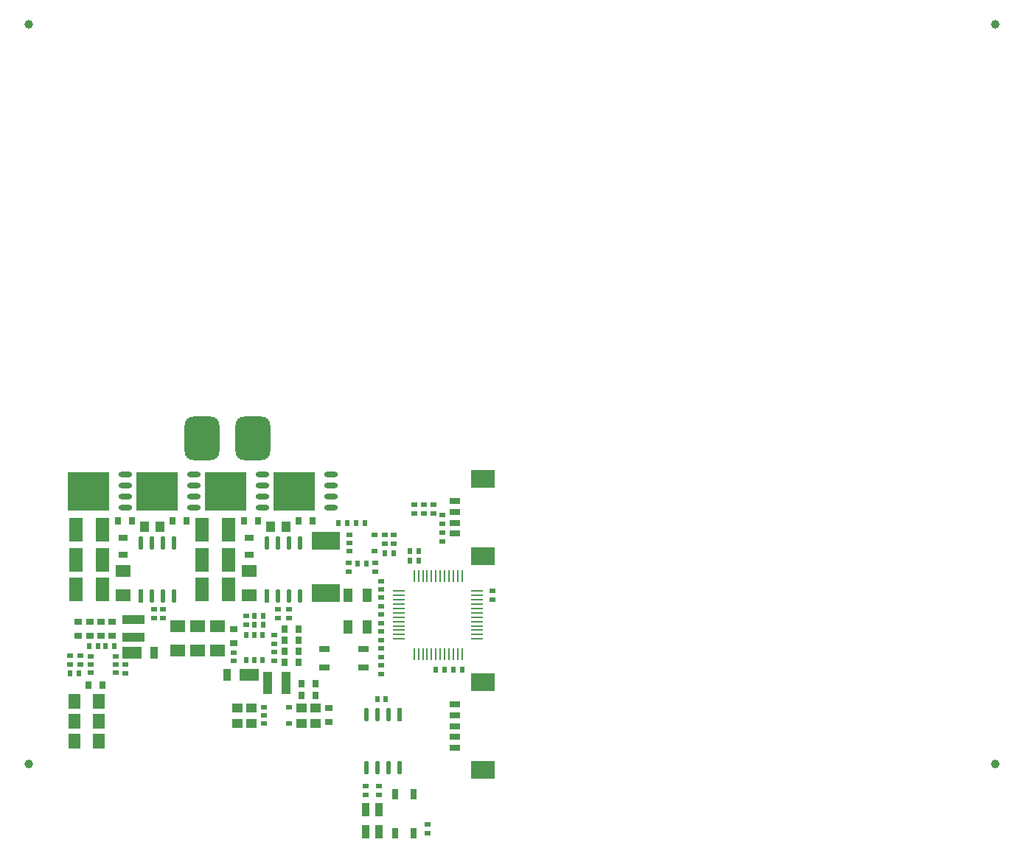
<source format=gtp>
%FSLAX25Y25*%
%MOIN*%
G70*
G01*
G75*
G04 Layer_Color=8421504*
%ADD10C,0.00900*%
%ADD11C,0.00800*%
%ADD12C,0.01500*%
%ADD13C,0.03000*%
%ADD14C,0.05000*%
%ADD15C,0.01200*%
%ADD16C,0.02500*%
%ADD17C,0.02000*%
%ADD18C,0.04000*%
%ADD19R,0.02362X0.02756*%
%ADD20R,0.02756X0.02362*%
%ADD21O,0.05906X0.00984*%
%ADD22O,0.00984X0.05906*%
%ADD23R,0.06693X0.05512*%
%ADD24R,0.04331X0.05118*%
%ADD25O,0.06299X0.02362*%
%ADD26R,0.18898X0.17716*%
%ADD27R,0.06299X0.10630*%
%ADD28R,0.04331X0.03150*%
%ADD29R,0.02800X0.03500*%
%ADD30O,0.01969X0.06299*%
%ADD31R,0.01969X0.06299*%
%ADD32R,0.04331X0.05906*%
G04:AMPARAMS|DCode=33|XSize=157.48mil|YSize=196.85mil|CornerRadius=39.37mil|HoleSize=0mil|Usage=FLASHONLY|Rotation=180.000|XOffset=0mil|YOffset=0mil|HoleType=Round|Shape=RoundedRectangle|*
%AMROUNDEDRECTD33*
21,1,0.15748,0.11811,0,0,180.0*
21,1,0.07874,0.19685,0,0,180.0*
1,1,0.07874,-0.03937,0.05906*
1,1,0.07874,0.03937,0.05906*
1,1,0.07874,0.03937,-0.05906*
1,1,0.07874,-0.03937,-0.05906*
%
%ADD33ROUNDEDRECTD33*%
%ADD34R,0.04724X0.03150*%
%ADD35R,0.03150X0.02362*%
%ADD36R,0.02362X0.03150*%
%ADD37R,0.03937X0.10236*%
%ADD38R,0.03500X0.02800*%
%ADD39R,0.03543X0.05512*%
%ADD40R,0.08661X0.05512*%
%ADD41R,0.05118X0.03150*%
%ADD42R,0.11024X0.08268*%
%ADD43R,0.03543X0.05906*%
%ADD44R,0.10236X0.03937*%
%ADD45R,0.05512X0.06693*%
%ADD46R,0.05118X0.04331*%
%ADD47R,0.03150X0.04724*%
%ADD48R,0.12598X0.07874*%
%ADD49C,0.03937*%
%ADD50C,0.06500*%
%ADD51R,0.36600X0.13000*%
%ADD52R,0.04900X0.04900*%
%ADD53R,0.03000X0.05000*%
%ADD54R,0.12000X0.05500*%
%ADD55R,0.05500X0.10500*%
%ADD56R,0.05000X0.03000*%
%ADD57R,0.06200X0.41500*%
%ADD58R,0.07200X0.03100*%
%ADD59R,0.36000X0.13000*%
%ADD60R,0.06300X0.12400*%
%ADD61R,0.07700X0.12400*%
%ADD62C,0.25590*%
%ADD63C,0.10630*%
%ADD64O,0.07480X0.06299*%
%ADD65C,0.11811*%
%ADD66C,0.07874*%
%ADD67C,0.02362*%
%ADD68R,0.06400X0.04400*%
%ADD69R,0.06400X0.12400*%
%ADD70R,0.07200X0.02400*%
%ADD71R,0.02400X0.07200*%
%ADD72R,0.36700X0.13000*%
%ADD73C,0.07000*%
%ADD74C,0.06400*%
%ADD75C,0.06000*%
%ADD76R,0.68300X0.12400*%
%ADD77C,0.00787*%
%ADD78C,0.01000*%
%ADD79C,0.00984*%
%ADD80C,0.00394*%
%ADD81C,0.00500*%
%ADD82C,0.00591*%
%ADD83C,0.01181*%
%ADD84C,0.00460*%
D19*
X149200Y-66000D02*
D03*
X145263D02*
D03*
X90300Y-98600D02*
D03*
X86363D02*
D03*
X90300Y-94500D02*
D03*
X86363D02*
D03*
X23000Y-108000D02*
D03*
X19063D02*
D03*
X15500D02*
D03*
X11563D02*
D03*
X7000Y-120500D02*
D03*
X3063D02*
D03*
X160437Y-65200D02*
D03*
X156500D02*
D03*
X172137Y-118900D02*
D03*
X168200D02*
D03*
X160437Y-69300D02*
D03*
X156500D02*
D03*
X180137Y-118900D02*
D03*
X176200D02*
D03*
X141763Y-132000D02*
D03*
X145700D02*
D03*
X132863Y-70800D02*
D03*
X136800D02*
D03*
X132363Y-52300D02*
D03*
X136300D02*
D03*
X124263D02*
D03*
X128200D02*
D03*
D20*
X102000Y-95500D02*
D03*
Y-91563D02*
D03*
X97000Y-95500D02*
D03*
Y-91563D02*
D03*
X45000Y-95500D02*
D03*
Y-91563D02*
D03*
X40800Y-95500D02*
D03*
Y-91563D02*
D03*
X95200Y-114700D02*
D03*
Y-110763D02*
D03*
Y-107100D02*
D03*
Y-103163D02*
D03*
X82500Y-98500D02*
D03*
Y-94563D02*
D03*
X136600Y-175400D02*
D03*
Y-171463D02*
D03*
X142500Y-175400D02*
D03*
Y-171463D02*
D03*
X28000Y-116500D02*
D03*
Y-120437D02*
D03*
X3000Y-112500D02*
D03*
Y-116437D02*
D03*
X7500Y-112500D02*
D03*
Y-116437D02*
D03*
X162900Y-48200D02*
D03*
Y-44263D02*
D03*
X167100Y-48200D02*
D03*
Y-44263D02*
D03*
X158700Y-48200D02*
D03*
Y-44263D02*
D03*
X77000Y-114937D02*
D03*
Y-111000D02*
D03*
X143700Y-93863D02*
D03*
Y-97800D02*
D03*
Y-86263D02*
D03*
Y-90200D02*
D03*
Y-109063D02*
D03*
Y-113000D02*
D03*
Y-120637D02*
D03*
Y-116700D02*
D03*
Y-78663D02*
D03*
Y-82600D02*
D03*
X193900Y-83163D02*
D03*
Y-87100D02*
D03*
X143700Y-101463D02*
D03*
Y-105400D02*
D03*
X171300Y-60737D02*
D03*
Y-56800D02*
D03*
Y-48863D02*
D03*
Y-52800D02*
D03*
X164500Y-192837D02*
D03*
Y-188900D02*
D03*
X128800Y-74537D02*
D03*
Y-70600D02*
D03*
X140900Y-70563D02*
D03*
Y-74500D02*
D03*
X145100Y-57763D02*
D03*
Y-61700D02*
D03*
X149300Y-57763D02*
D03*
Y-61700D02*
D03*
D21*
X151600Y-83200D02*
D03*
Y-85168D02*
D03*
Y-87137D02*
D03*
Y-89105D02*
D03*
Y-91074D02*
D03*
Y-93042D02*
D03*
Y-95011D02*
D03*
Y-96979D02*
D03*
Y-98948D02*
D03*
Y-100917D02*
D03*
Y-102885D02*
D03*
Y-104853D02*
D03*
X187033D02*
D03*
Y-102885D02*
D03*
Y-100917D02*
D03*
Y-98948D02*
D03*
Y-96979D02*
D03*
Y-95011D02*
D03*
Y-93042D02*
D03*
Y-91074D02*
D03*
Y-89105D02*
D03*
Y-87137D02*
D03*
Y-85168D02*
D03*
Y-83200D02*
D03*
D22*
X158490Y-111743D02*
D03*
X160458D02*
D03*
X162427D02*
D03*
X164395D02*
D03*
X166364D02*
D03*
X168332D02*
D03*
X170301D02*
D03*
X172269D02*
D03*
X174238D02*
D03*
X176206D02*
D03*
X178175D02*
D03*
X180143D02*
D03*
Y-76310D02*
D03*
X178175D02*
D03*
X176206D02*
D03*
X174238D02*
D03*
X172269D02*
D03*
X170301D02*
D03*
X168332D02*
D03*
X166364D02*
D03*
X164395D02*
D03*
X162427D02*
D03*
X160458D02*
D03*
X158490D02*
D03*
D23*
X84000Y-85024D02*
D03*
Y-74000D02*
D03*
X27000Y-85024D02*
D03*
Y-74000D02*
D03*
X69700Y-110024D02*
D03*
Y-99000D02*
D03*
X60700Y-110024D02*
D03*
Y-99000D02*
D03*
X51700Y-110024D02*
D03*
Y-99000D02*
D03*
D24*
X100498Y-54000D02*
D03*
X93500D02*
D03*
X43498D02*
D03*
X36500D02*
D03*
D25*
X59000Y-30500D02*
D03*
Y-35500D02*
D03*
Y-40500D02*
D03*
Y-45500D02*
D03*
X28000Y-30500D02*
D03*
Y-35500D02*
D03*
Y-40500D02*
D03*
Y-45500D02*
D03*
X90000Y-30500D02*
D03*
Y-35500D02*
D03*
Y-40500D02*
D03*
Y-45500D02*
D03*
X121000Y-30500D02*
D03*
Y-35500D02*
D03*
Y-40500D02*
D03*
Y-45500D02*
D03*
D26*
X42366Y-38020D02*
D03*
X11366D02*
D03*
X73366D02*
D03*
X104366D02*
D03*
D27*
X62689Y-82500D02*
D03*
X74500D02*
D03*
X5689D02*
D03*
X17500D02*
D03*
X5689Y-69000D02*
D03*
X17500D02*
D03*
X5689Y-55500D02*
D03*
X17500D02*
D03*
X74500D02*
D03*
X62689D02*
D03*
X74500Y-69000D02*
D03*
X62689D02*
D03*
D28*
X27000Y-66815D02*
D03*
Y-59226D02*
D03*
X84000Y-66815D02*
D03*
Y-59226D02*
D03*
D29*
X24701Y-51500D02*
D03*
X31000D02*
D03*
X49201D02*
D03*
X55500D02*
D03*
X81701D02*
D03*
X88000D02*
D03*
X106201D02*
D03*
X112500D02*
D03*
X100001Y-100300D02*
D03*
X106300D02*
D03*
X100001Y-115300D02*
D03*
X106300D02*
D03*
X100001Y-105300D02*
D03*
X106300D02*
D03*
X100001Y-110300D02*
D03*
X106300D02*
D03*
X17599Y-125700D02*
D03*
X11300D02*
D03*
X113799Y-130300D02*
D03*
X107500D02*
D03*
Y-125200D02*
D03*
X113799D02*
D03*
D30*
X50000Y-61492D02*
D03*
X45000D02*
D03*
X40000D02*
D03*
X35000D02*
D03*
X50000Y-85508D02*
D03*
X45000D02*
D03*
X40000D02*
D03*
X107000Y-61492D02*
D03*
X102000D02*
D03*
X97000D02*
D03*
X92000D02*
D03*
X107000Y-85508D02*
D03*
X102000D02*
D03*
X97000D02*
D03*
X136800Y-163108D02*
D03*
X141800D02*
D03*
X146800D02*
D03*
X151800D02*
D03*
X136800Y-139092D02*
D03*
X141800D02*
D03*
X146800D02*
D03*
D31*
X35000Y-85508D02*
D03*
X92000D02*
D03*
X151800Y-139092D02*
D03*
D32*
X137331Y-99444D02*
D03*
X128670D02*
D03*
X137331Y-85271D02*
D03*
X128670D02*
D03*
D33*
X62700Y-14000D02*
D03*
X85700D02*
D03*
D34*
X118000Y-117842D02*
D03*
Y-109378D02*
D03*
X135716Y-117842D02*
D03*
Y-109378D02*
D03*
D35*
X129138Y-65244D02*
D03*
Y-57764D02*
D03*
Y-61504D02*
D03*
X140555Y-57764D02*
D03*
Y-65244D02*
D03*
X12138Y-120244D02*
D03*
Y-112764D02*
D03*
Y-116504D02*
D03*
X23555D02*
D03*
Y-112764D02*
D03*
Y-120244D02*
D03*
X90638Y-143244D02*
D03*
Y-135764D02*
D03*
Y-139504D02*
D03*
X102055Y-135764D02*
D03*
Y-143244D02*
D03*
D36*
X82556Y-103138D02*
D03*
X90036D02*
D03*
X86296D02*
D03*
Y-114555D02*
D03*
X90036D02*
D03*
X82556D02*
D03*
D37*
X92332Y-124797D02*
D03*
X100600D02*
D03*
D38*
X77000Y-106799D02*
D03*
Y-100500D02*
D03*
X6700Y-97201D02*
D03*
Y-103500D02*
D03*
X11800Y-97201D02*
D03*
Y-103500D02*
D03*
X16900Y-97201D02*
D03*
Y-103500D02*
D03*
X22000Y-97201D02*
D03*
Y-103500D02*
D03*
X120000Y-136201D02*
D03*
Y-142500D02*
D03*
D39*
X74000Y-121200D02*
D03*
X41000Y-111000D02*
D03*
D40*
X84039Y-121200D02*
D03*
X30961Y-111000D02*
D03*
D41*
X177000Y-42500D02*
D03*
Y-47421D02*
D03*
Y-52342D02*
D03*
Y-57264D02*
D03*
Y-154185D02*
D03*
Y-149264D02*
D03*
Y-139421D02*
D03*
Y-134500D02*
D03*
Y-144343D02*
D03*
D42*
X189598Y-67303D02*
D03*
Y-32461D02*
D03*
Y-124461D02*
D03*
Y-164224D02*
D03*
D43*
X142506Y-181964D02*
D03*
X136600D02*
D03*
X142506Y-192200D02*
D03*
X136600D02*
D03*
D44*
X31597Y-104268D02*
D03*
Y-96000D02*
D03*
D45*
X15924Y-151000D02*
D03*
X4900D02*
D03*
X15924Y-142000D02*
D03*
X4900D02*
D03*
X15924Y-133000D02*
D03*
X4900D02*
D03*
D46*
X85000Y-136002D02*
D03*
Y-143000D02*
D03*
X78500Y-136002D02*
D03*
Y-143000D02*
D03*
X114000Y-142998D02*
D03*
Y-136000D02*
D03*
X107500Y-142998D02*
D03*
Y-136000D02*
D03*
D47*
X158222Y-192816D02*
D03*
X149758D02*
D03*
X158222Y-175100D02*
D03*
X149758D02*
D03*
D48*
X118500Y-84000D02*
D03*
Y-60378D02*
D03*
D49*
X-15748Y173228D02*
D03*
Y-161417D02*
D03*
X421260Y173228D02*
D03*
Y-161417D02*
D03*
M02*

</source>
